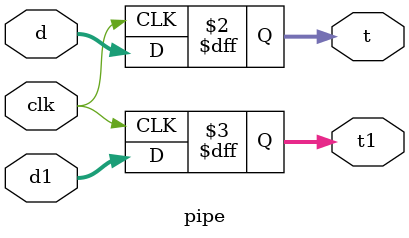
<source format=v>
module aes1(input [127:0] in,
 input [127:0] key, input clk, output [127:0] round0, output [127:0] round1, output [127:0] round2,
 output[127:0] round3, output[127:0] round4, output[127:0] round5, output[127:0] round6, output[127:0] round7,
 output[127:0] round8, output[127:0] round9,output[127:0] round10);

assign round0=in^key;
wire [127:0] k1;
wire [127:0] rd0,key0;
pipe pipe1(clk, key, round0, key0, rd0);
key_exp key_exp1(key0, 4'd1, k1);

//round1
wire [127:0] s1;
subbytes sub1(rd0, s1);

wire [127:0] sr1;
shift_rows shift1(s1, sr1);

wire [127:0] m1;
mixColumns mix1(sr1, m1);

assign round1=k1^m1;


wire [127:0] rd1,key1;
pipe pipe2(clk, k1, round1, key1, rd1);
//round2
wire [127:0] k2;
key_exp key_exp2(key1, 4'd2, k2);

wire [127:0] s2;
subbytes sub2(rd1, s2);

wire [127:0] sr2;
shift_rows shift2(s2, sr2);

wire [127:0] m2;
mixColumns mix2(sr2, m2);

assign round2=k2^m2;

wire [127:0] rd2,key2;
pipe pipe3(clk, k2, round2, key2, rd2);

//round3
wire [127:0] k3;
key_exp key_exp3(key2, 4'd3, k3);

wire [127:0] s3;
subbytes sub3(rd2, s3);

wire [127:0] sr3;
shift_rows shift3(s3, sr3);

wire [127:0] m3;
mixColumns mix3(sr3, m3);

assign round3=k3^m3;

wire [127:0] rd3,key3;
pipe pipe4(clk, k3, round3, key3, rd3);
//round4
wire [127:0] k4;
key_exp key_exp4(key3, 4'd4, k4);

wire [127:0] s4;
subbytes sub4(rd3, s4);

wire [127:0] sr4;
shift_rows shift4(s4, sr4);

wire [127:0] m4;
mixColumns mix4(sr4, m4);

assign round4=k4^m4;


wire [127:0] rd4,key4;
pipe pipe5(clk, k4, round4, key4, rd4);
//round5
wire [127:0] k5;
key_exp key_exp5(key4, 4'd5, k5);

wire [127:0] s5;
subbytes sub5(rd4, s5);

wire [127:0] sr5;
shift_rows shift5(s5, sr5);

wire [127:0] m5;
mixColumns mix5(sr5, m5);

assign round5=k5^m5;


wire [127:0] rd5,key5;
pipe pipe6(clk, k5, round5, key5, rd5);
//round6
wire [127:0] k6;
key_exp key_exp6(key5, 4'd6, k6);

wire [127:0] s6;
subbytes sub6(rd5, s6);

wire [127:0] sr6;
shift_rows shift6(s6, sr6);

wire [127:0] m6;
mixColumns mix6(sr6, m6);

assign round6=k6^m6;


wire [127:0] rd6,key6;
pipe pipe7(clk, k6, round6, key6, rd6);
//round7
wire [127:0] k7;
key_exp key_exp7(key6, 4'd7, k7);

wire [127:0] s7;
subbytes sub7(rd6, s7);

wire [127:0] sr7;
shift_rows shift7(s7, sr7);

wire [127:0] m7;
mixColumns mix7(sr7, m7);

assign round7=k7^m7;


wire [127:0] rd7,key7;
pipe pipe8(clk, k7, round7, key7, rd7);
//round8
wire [127:0] k8;
key_exp key_exp8(key7, 4'd8, k8);

wire [127:0] s8;
subbytes sub8(rd7, s8);

wire [127:0] sr8;
shift_rows shift8(s8, sr8);

wire [127:0] m8;
mixColumns mix8(sr8, m8);

assign round8=k8^m8;


wire [127:0] rd8,key8;
pipe pipe9(clk, k8, round8, key8, rd8);
//round9
wire [127:0] k9;
key_exp key_exp9(key8, 4'd9, k9);

wire [127:0] s9;
subbytes sub9(rd8, s9);

wire [127:0] sr9;
shift_rows shift9(s9, sr9);

wire [127:0] m9;
mixColumns mix9(sr9, m9);

assign round9=k9^m9;


wire [127:0] rd9,key9;
pipe pipe10(clk, k9, round9, key9, rd9);
//round10
wire [127:0] k10;
key_exp key_exp10(key9, 4'd10, k10);

wire [127:0] s10;
subbytes sub10(rd9, s10);

wire [127:0] sr10;
shift_rows shift10(s10, sr10);

assign round10=k10^sr10;




endmodule


module key_exp(input [127:0] wi, input [3:0] r, 
                output [127:0] wo );

    //finding g
    //rotword
    wire [31:0] wr3;
    assign wr3[7:0]=wi[31:24];
    assign wr3[15:8]=wi[7:0];
    assign wr3[23:16]=wi[15:8];
    assign wr3[31:24]=wi[23:16];

    //sbox
    wire [31:0] ws3;
    sbox s0(wr3[7:0], ws3[7:0]);
    sbox s1(wr3[15:8], ws3[15:8]);
    sbox s2(wr3[23:16], ws3[23:16]);
    sbox s3(wr3[31:24], ws3[31:24]);

    wire [31:0] r1;
    wire [31:0] r2;
    wire [31:0] r3;
    wire [31:0] r4;
    wire [31:0] r5;
    wire [31:0] r6;
    wire [31:0] r7;
    wire [31:0] r8;
    wire [31:0] r9;
    wire [31:0] r10;
    assign r1=32'h01000000;
    assign r2=32'h02000000;
    assign r3=32'h04000000;
    assign r4=32'h08000000;
    assign r5=32'h10000000;
    assign r6=32'h20000000;
    assign r7=32'h40000000;
    assign r8=32'h80000000;
    assign r9=32'h1b000000;
    assign r10=32'h36000000;

    reg [31:0] wf;
    always@(ws3)
    begin
        case(r)
            4'd1 : wf<=ws3^r1;
            4'd2 : wf<=ws3^r2;
            4'd3 : wf<=ws3^r3;
            4'd4 : wf<=ws3^r4;
            4'd5 : wf<=ws3^r5;
            4'd6 : wf<=ws3^r6;
            4'd7 : wf<=ws3^r7;
            4'd8 : wf<=ws3^r8;
            4'd9 : wf<=ws3^r9;
            4'd10 : wf<=ws3^r10;

        endcase
    end

    wire [31:0] g;
    assign g=wf;
    assign wo[127:96]=wi[127:96]^g;
    assign wo[95:64]=wi[95:64]^wo[127:96];
    assign wo[63:32]=wi[63:32]^wo[95:64];
    assign wo[31:0]=wi[31:0]^wo[63:32];



endmodule

module mixColumns(in,out);

input [127:0] in;
output[127:0] out;


function [7:0] f1; 
	input [7:0] x;
	begin 
		
			if(x[7] == 1) f1 = ((x << 1) ^ 8'h1b);
			else f1 = x << 1; 
	end 	
endfunction



function [7:0] f2; 
	input [7:0] x;
	begin 
			
			f2 = f1(x) ^ x;
	end 
endfunction




genvar i;

generate 
for(i=0;i< 4;i=i+1) begin : m_col

	assign out[(i*32 + 24)+:8]= f1(in[(i*32 + 24)+:8]) ^ f2(in[(i*32 + 16)+:8]) ^ in[(i*32 + 8)+:8] ^ in[i*32+:8];
	assign out[(i*32 + 16)+:8]= in[(i*32 + 24)+:8] ^ f1(in[(i*32 + 16)+:8]) ^ f2(in[(i*32 + 8)+:8]) ^ in[i*32+:8];
	assign out[(i*32 + 8)+:8]= in[(i*32 + 24)+:8] ^ in[(i*32 + 16)+:8] ^ f1(in[(i*32 + 8)+:8]) ^ f2(in[i*32+:8]);
   assign out[i*32+:8]= f2(in[(i*32 + 24)+:8]) ^ in[(i*32 + 16)+:8] ^ in[(i*32 + 8)+:8] ^ f1(in[i*32+:8]);

end

endgenerate

endmodule

module shift_rows(
    input [127:0] in, output reg [127:0] out
); 

always@(in)
    begin
        out[7:0]<=in[39:32]; //0
        out[15:8]<=in[79:72]; //1
        out[23:16]<=in[119:112]; //2
        out[31:24]<=in[31:24]; //3

        out[39:32]<=in[71:64]; //4
        out[47:40]<=in[111:104]; //5
        out[55:48]<=in[23:16]; //6
        out[63:56]<=in[63:56]; //7

        out[71:64]<=in[103:96]; //8
        out[79:72]<=in[15:8]; //9
        out[87:80]<=in[55:48]; //10
        out[95:88]<=in[95:88]; //11

        out[103:96]<=in[7:0]; //12
        out[111:104]<=in[47:40]; //13
        out[119:112]<=in[87:80]; //14
        out[127:120]<=in[127:120]; //15
    end

    
endmodule

module subbytes(data,tmp_out);
	 input [127:0]data;
	 output [127:0]tmp_out;
	  sbox q0(data[127:120],tmp_out[127:120] );
     sbox q1( data[119:112],tmp_out[119:112] );
     sbox q2( data[111:104],tmp_out[111:104] );
     sbox q3( data[103:96],tmp_out[103:96] );
     
     sbox q4( data[95:88],tmp_out[95:88] );
     sbox q5( data[87:80],tmp_out[87:80] );
     sbox q6( data[79:72],tmp_out[79:72] );
     sbox q7( data[71:64],tmp_out[71:64] );
     
     sbox q8( data[63:56],tmp_out[63:56] );
     sbox q9( data[55:48],tmp_out[55:48] );
     sbox q10(data[47:40],tmp_out[47:40] );
     sbox q11(data[39:32],tmp_out[39:32] );
     
     sbox q12(data[31:24],tmp_out[31:24] );
     sbox q13(data[23:16],tmp_out[23:16] );
     sbox q14(data[15:8],tmp_out[15:8] );
     sbox q15(data[7:0],tmp_out[7:0] );

endmodule

module sbox(data,sbox_out);
	 input [7:0] data;
	 output reg [7:0] sbox_out;
	 
	 always@(data)
	 begin
	 
	 
	 case (data)          //substitution table
       8'h00              : sbox_out <= 8'h63;
       8'h01              : sbox_out <= 8'h7c;
       8'h02              : sbox_out <= 8'h77;
       8'h03              : sbox_out <= 8'h7b;
       8'h04              : sbox_out <= 8'hf2;
       8'h05              : sbox_out <= 8'h6b;
       8'h06              : sbox_out <= 8'h6f;
       8'h07              : sbox_out <= 8'hc5;
       8'h08              : sbox_out <= 8'h30;
       8'h09              : sbox_out <= 8'h01;
       8'h0a              : sbox_out <= 8'h67;
       8'h0b              : sbox_out <= 8'h2b;
       8'h0c              : sbox_out <= 8'hfe;
       8'h0d              : sbox_out <= 8'hd7;
       8'h0e              : sbox_out <= 8'hab;
       8'h0f              : sbox_out <= 8'h76;
       8'h10              : sbox_out <= 8'hca;
       8'h11              : sbox_out <= 8'h82;
       8'h12              : sbox_out <= 8'hc9;
       8'h13              : sbox_out <= 8'h7d;
       8'h14              : sbox_out <= 8'hfa;
       8'h15              : sbox_out <= 8'h59;
       8'h16              : sbox_out <= 8'h47;
       8'h17              : sbox_out <= 8'hf0;
       8'h18              : sbox_out <= 8'had;
       8'h19              : sbox_out <= 8'hd4;
       8'h1a              : sbox_out <= 8'ha2;
       8'h1b              : sbox_out <= 8'haf;
       8'h1c              : sbox_out <= 8'h9c;
       8'h1d              : sbox_out <= 8'ha4;
       8'h1e              : sbox_out <= 8'h72;
       8'h1f              : sbox_out <= 8'hc0;
       8'h20              : sbox_out <= 8'hb7;
       8'h21              : sbox_out <= 8'hfd;
       8'h22              : sbox_out <= 8'h93;
       8'h23              : sbox_out <= 8'h26;
       8'h24              : sbox_out <= 8'h36;
       8'h25              : sbox_out <= 8'h3f;
       8'h26              : sbox_out <= 8'hf7;
       8'h27              : sbox_out <= 8'hcc;
       8'h28              : sbox_out <= 8'h34;
       8'h29              : sbox_out <= 8'ha5;
       8'h2a              : sbox_out <= 8'he5;
       8'h2b              : sbox_out <= 8'hf1;
       8'h2c              : sbox_out <= 8'h71;
       8'h2d              : sbox_out <= 8'hd8;
       8'h2e              : sbox_out <= 8'h31;
       8'h2f              : sbox_out <= 8'h15;
       8'h30              : sbox_out <= 8'h04;
       8'h31              : sbox_out <= 8'hc7;
       8'h32              : sbox_out <= 8'h23;
       8'h33              : sbox_out <= 8'hc3;
       8'h34              : sbox_out <= 8'h18;
       8'h35              : sbox_out <= 8'h96;
       8'h36              : sbox_out <= 8'h05;
       8'h37              : sbox_out <= 8'h9a;
       8'h38              : sbox_out <= 8'h07;
       8'h39              : sbox_out <= 8'h12;
       8'h3a              : sbox_out <= 8'h80;
       8'h3b              : sbox_out <= 8'he2;
       8'h3c              : sbox_out <= 8'heb;
       8'h3d              : sbox_out <= 8'h27;
       8'h3e              : sbox_out <= 8'hb2;
       8'h3f              : sbox_out <= 8'h75;
       8'h40              : sbox_out <= 8'h09;
       8'h41              : sbox_out <= 8'h83;
       8'h42              : sbox_out <= 8'h2c;
       8'h43              : sbox_out <= 8'h1a;
       8'h44              : sbox_out <= 8'h1b;
       8'h45              : sbox_out <= 8'h6e;
       8'h46              : sbox_out <= 8'h5a;
       8'h47              : sbox_out <= 8'ha0;
       8'h48              : sbox_out <= 8'h52;
       8'h49              : sbox_out <= 8'h3b;
       8'h4a              : sbox_out <= 8'hd6;
       8'h4b              : sbox_out <= 8'hb3;
       8'h4c              : sbox_out <= 8'h29;
       8'h4d              : sbox_out <= 8'he3;
       8'h4e              : sbox_out <= 8'h2f;
       8'h4f              : sbox_out <= 8'h84;
       8'h50              : sbox_out <= 8'h53;
       8'h51              : sbox_out <= 8'hd1;
       8'h52              : sbox_out <= 8'h00;
       8'h53              : sbox_out <= 8'hed;
       8'h54              : sbox_out <= 8'h20;
       8'h55              : sbox_out <= 8'hfc;
       8'h56              : sbox_out <= 8'hb1;
       8'h57              : sbox_out <= 8'h5b;
       8'h58              : sbox_out <= 8'h6a;
       8'h59              : sbox_out <= 8'hcb;
       8'h5a              : sbox_out <= 8'hbe;
       8'h5b              : sbox_out <= 8'h39;
       8'h5c              : sbox_out <= 8'h4a;
       8'h5d              : sbox_out <= 8'h4c;
       8'h5e              : sbox_out <= 8'h58;
       8'h5f              : sbox_out <= 8'hcf;
       8'h60              : sbox_out <= 8'hd0;
       8'h61              : sbox_out <= 8'hef;
       8'h62              : sbox_out <= 8'haa;
       8'h63              : sbox_out <= 8'hfb;
       8'h64              : sbox_out <= 8'h43;
       8'h65              : sbox_out <= 8'h4d;
       8'h66              : sbox_out <= 8'h33;
       8'h67              : sbox_out <= 8'h85;
       8'h68              : sbox_out <= 8'h45;
       8'h69              : sbox_out <= 8'hf9;
       8'h6a              : sbox_out <= 8'h02;
       8'h6b              : sbox_out <= 8'h7f;
       8'h6c              : sbox_out <= 8'h50;
       8'h6d              : sbox_out <= 8'h3c;
       8'h6e              : sbox_out <= 8'h9f;
       8'h6f              : sbox_out <= 8'ha8;
       8'h70              : sbox_out <= 8'h51;
       8'h71              : sbox_out <= 8'ha3;
       8'h72              : sbox_out <= 8'h40;
       8'h73              : sbox_out <= 8'h8f;
       8'h74              : sbox_out <= 8'h92;
       8'h75              : sbox_out <= 8'h9d;
       8'h76              : sbox_out <= 8'h38;
       8'h77              : sbox_out <= 8'hf5;
       8'h78              : sbox_out <= 8'hbc;
       8'h79              : sbox_out <= 8'hb6;
       8'h7a              : sbox_out <= 8'hda;
       8'h7b              : sbox_out <= 8'h21;
       8'h7c              : sbox_out <= 8'h10;
       8'h7d              : sbox_out <= 8'hff;
       8'h7e              : sbox_out <= 8'hf3;
       8'h7f              : sbox_out <= 8'hd2;
       8'h80              : sbox_out <= 8'hcd;
       8'h81              : sbox_out <= 8'h0c;
       8'h82              : sbox_out <= 8'h13;
       8'h83              : sbox_out <= 8'hec;
       8'h84              : sbox_out <= 8'h5f;
       8'h85              : sbox_out <= 8'h97;
       8'h86              : sbox_out <= 8'h44;
       8'h87              : sbox_out <= 8'h17;
       8'h88              : sbox_out <= 8'hc4;
       8'h89              : sbox_out <= 8'ha7;
       8'h8a              : sbox_out <= 8'h7e;
       8'h8b              : sbox_out <= 8'h3d;
       8'h8c              : sbox_out <= 8'h64;
       8'h8d              : sbox_out <= 8'h5d;
       8'h8e              : sbox_out <= 8'h19;
       8'h8f              : sbox_out <= 8'h73;
       8'h90              : sbox_out <= 8'h60;
       8'h91              : sbox_out <= 8'h81;
       8'h92              : sbox_out <= 8'h4f;
       8'h93              : sbox_out <= 8'hdc;
       8'h94              : sbox_out <= 8'h22;
       8'h95              : sbox_out <= 8'h2a;
       8'h96              : sbox_out <= 8'h90;
       8'h97              : sbox_out <= 8'h88;
       8'h98              : sbox_out <= 8'h46;
       8'h99              : sbox_out <= 8'hee;
       8'h9a              : sbox_out <= 8'hb8;
       8'h9b              : sbox_out <= 8'h14;
       8'h9c              : sbox_out <= 8'hde;
       8'h9d              : sbox_out <= 8'h5e;
       8'h9e              : sbox_out <= 8'h0b;
       8'h9f              : sbox_out <= 8'hdb;
       8'ha0              : sbox_out <= 8'he0;
       8'ha1              : sbox_out <= 8'h32;
       8'ha2              : sbox_out <= 8'h3a;
       8'ha3              : sbox_out <= 8'h0a;
       8'ha4              : sbox_out <= 8'h49;
       8'ha5              : sbox_out <= 8'h06;
       8'ha6              : sbox_out <= 8'h24;
       8'ha7              : sbox_out <= 8'h5c;
       8'ha8              : sbox_out <= 8'hc2;
       8'ha9              : sbox_out <= 8'hd3;
       8'haa              : sbox_out <= 8'hac;
       8'hab              : sbox_out <= 8'h62;
       8'hac              : sbox_out <= 8'h91;
       8'had              : sbox_out <= 8'h95;
       8'hae              : sbox_out <= 8'he4;
       8'haf              : sbox_out <= 8'h79;
       8'hb0              : sbox_out <= 8'he7;
       8'hb1              : sbox_out <= 8'hc8;
       8'hb2              : sbox_out <= 8'h37;
       8'hb3              : sbox_out <= 8'h6d;
       8'hb4              : sbox_out <= 8'h8d;
       8'hb5              : sbox_out <= 8'hd5;
       8'hb6              : sbox_out <= 8'h4e;
       8'hb7              : sbox_out <= 8'ha9;
       8'hb8              : sbox_out <= 8'h6c;
       8'hb9              : sbox_out <= 8'h56;
       8'hba              : sbox_out <= 8'hf4;
       8'hbb              : sbox_out <= 8'hea;
       8'hbc              : sbox_out <= 8'h65;
       8'hbd              : sbox_out <= 8'h7a;
       8'hbe              : sbox_out <= 8'hae;
       8'hbf              : sbox_out <= 8'h08;
       8'hc0              : sbox_out <= 8'hba;
       8'hc1              : sbox_out <= 8'h78;
       8'hc2              : sbox_out <= 8'h25;
       8'hc3              : sbox_out <= 8'h2e;
       8'hc4              : sbox_out <= 8'h1c;
       8'hc5              : sbox_out <= 8'ha6;
       8'hc6              : sbox_out <= 8'hb4;
       8'hc7              : sbox_out <= 8'hc6;
       8'hc8              : sbox_out <= 8'he8;
       8'hc9              : sbox_out <= 8'hdd;
       8'hca              : sbox_out <= 8'h74;
       8'hcb              : sbox_out <= 8'h1f;
       8'hcc              : sbox_out <= 8'h4b;
       8'hcd              : sbox_out <= 8'hbd;
       8'hce              : sbox_out <= 8'h8b;
       8'hcf              : sbox_out <= 8'h8a;
       8'hd0              : sbox_out <= 8'h70;
       8'hd1              : sbox_out <= 8'h3e;
       8'hd2              : sbox_out <= 8'hb5;
       8'hd3              : sbox_out <= 8'h66;
       8'hd4              : sbox_out <= 8'h48;
       8'hd5              : sbox_out <= 8'h03;
       8'hd6              : sbox_out <= 8'hf6;
       8'hd7              : sbox_out <= 8'h0e;
       8'hd8              : sbox_out <= 8'h61;
       8'hd9              : sbox_out <= 8'h35;
       8'hda              : sbox_out <= 8'h57;
       8'hdb              : sbox_out <= 8'hb9;
       8'hdc              : sbox_out <= 8'h86;
       8'hdd              : sbox_out <= 8'hc1;
       8'hde              : sbox_out <= 8'h1d;
       8'hdf              : sbox_out <= 8'h9e;
    
       8'he0              : sbox_out <= 8'he1;
       8'he1              : sbox_out <= 8'hf8;
       8'he2              : sbox_out <= 8'h98;
       8'he3              : sbox_out <= 8'h11;
       8'he4              : sbox_out <= 8'h69;
       8'he5              : sbox_out <= 8'hd9;
       8'he6              : sbox_out <= 8'h8e;
       8'he7              : sbox_out <= 8'h94;
       8'he8              : sbox_out <= 8'h9b;
       8'he9              : sbox_out <= 8'h1e;
       8'hea              : sbox_out <= 8'h87;
       8'heb              : sbox_out <= 8'he9;
       8'hec              : sbox_out <= 8'hce;
       8'hed              : sbox_out <= 8'h55;
       8'hee              : sbox_out <= 8'h28;
       8'hef              : sbox_out <= 8'hdf;
    
       8'hf0              : sbox_out <= 8'h8c;
       8'hf1              : sbox_out <= 8'ha1;
       8'hf2              : sbox_out <= 8'h89;
       8'hf3              : sbox_out <= 8'h0d;
       8'hf4              : sbox_out <= 8'hbf;
       8'hf5              : sbox_out <= 8'he6;
       8'hf6              : sbox_out <= 8'h42;
       8'hf7              : sbox_out <= 8'h68;
       8'hf8              : sbox_out <= 8'h41;
       8'hf9              : sbox_out <= 8'h99;
       8'hfa              : sbox_out <= 8'h2d;
       8'hfb              : sbox_out <= 8'h0f;
       8'hfc              : sbox_out <= 8'hb0;
       8'hfd              : sbox_out <= 8'h54;
       8'hfe              : sbox_out <= 8'hbb;
       8'hff              : sbox_out <= 8'h16;
       default            : sbox_out <= 8'h00;
endcase
end

endmodule


module pipe( input clk,
	input [127:0] d,input [127:0] d1,
	output reg [127:0] t,output reg [127:0] t1 );

    always @(posedge clk)begin
		t <= d;
        t1 <=d1;
    end

endmodule
</source>
